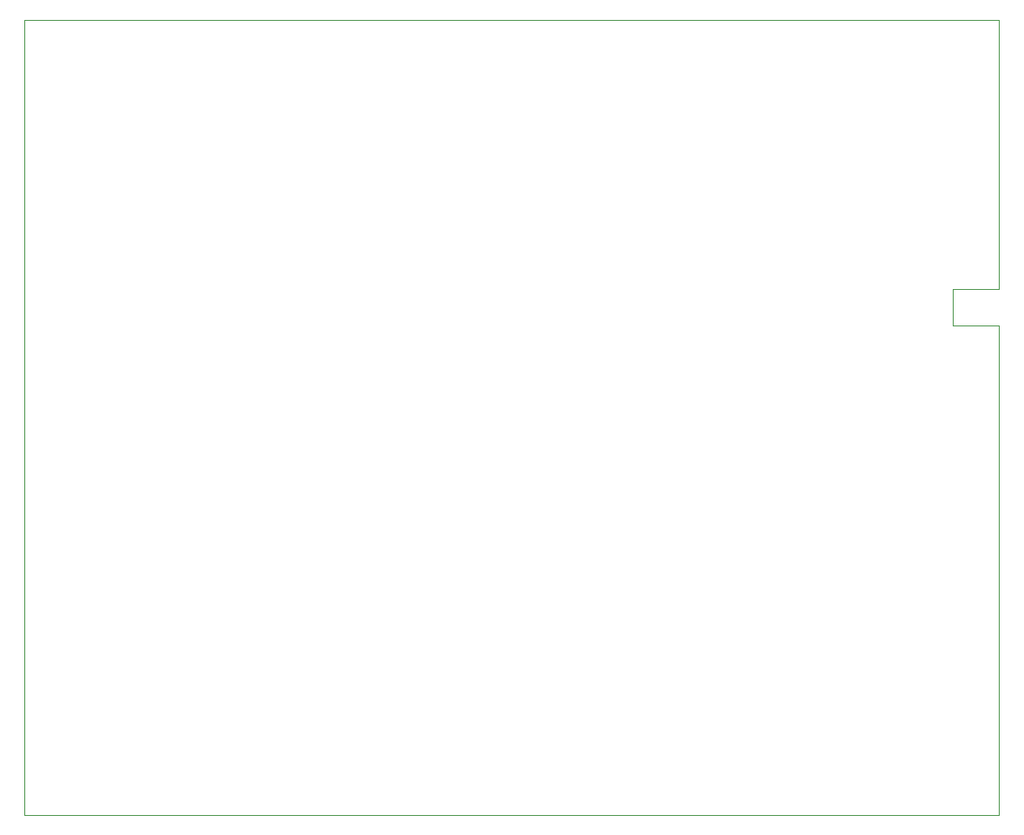
<source format=gbr>
%TF.GenerationSoftware,KiCad,Pcbnew,(5.1.6)-1*%
%TF.CreationDate,2021-04-01T20:33:04-06:00*%
%TF.ProjectId,radar_flight,72616461-725f-4666-9c69-6768742e6b69,rev?*%
%TF.SameCoordinates,Original*%
%TF.FileFunction,Profile,NP*%
%FSLAX46Y46*%
G04 Gerber Fmt 4.6, Leading zero omitted, Abs format (unit mm)*
G04 Created by KiCad (PCBNEW (5.1.6)-1) date 2021-04-01 20:33:04*
%MOMM*%
%LPD*%
G01*
G04 APERTURE LIST*
%TA.AperFunction,Profile*%
%ADD10C,0.050000*%
%TD*%
%TA.AperFunction,Profile*%
%ADD11C,0.100000*%
%TD*%
G04 APERTURE END LIST*
D10*
X150000000Y-97500000D02*
X150000000Y-123750000D01*
X55000000Y-175000000D02*
X55000000Y-97500000D01*
X150000000Y-175000000D02*
X55000000Y-175000000D01*
X150000000Y-127250000D02*
X150000000Y-175000000D01*
X55000000Y-97500000D02*
X150000000Y-97500000D01*
D11*
%TO.C,AE1*%
X150000000Y-123750000D02*
X145500000Y-123750000D01*
X145500000Y-123750000D02*
X145500000Y-127250000D01*
X145500000Y-127250000D02*
X150000000Y-127250000D01*
%TD*%
M02*

</source>
